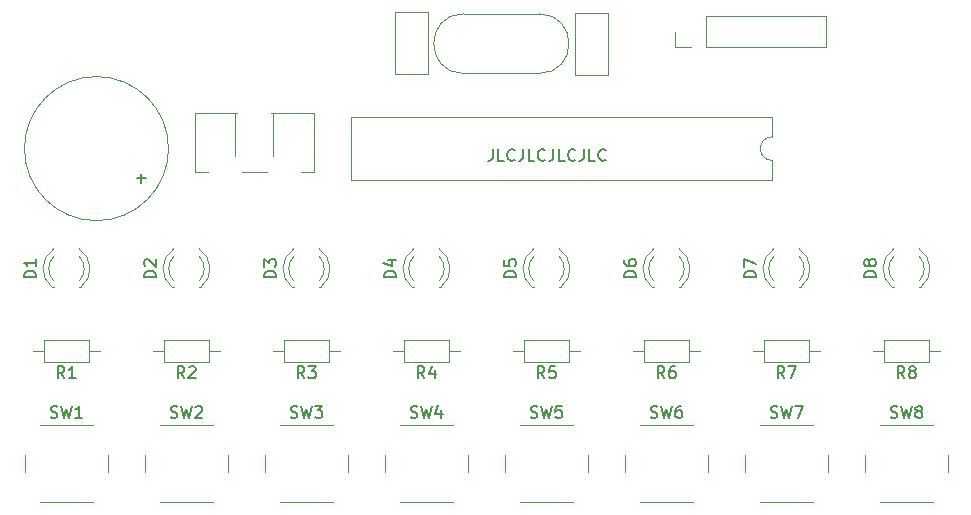
<source format=gto>
G04 #@! TF.GenerationSoftware,KiCad,Pcbnew,(7.0.0)*
G04 #@! TF.CreationDate,2023-03-25T20:45:11-04:00*
G04 #@! TF.ProjectId,eight_key_piano_standalone_V1,65696768-745f-46b6-9579-5f7069616e6f,rev?*
G04 #@! TF.SameCoordinates,Original*
G04 #@! TF.FileFunction,Legend,Top*
G04 #@! TF.FilePolarity,Positive*
%FSLAX46Y46*%
G04 Gerber Fmt 4.6, Leading zero omitted, Abs format (unit mm)*
G04 Created by KiCad (PCBNEW (7.0.0)) date 2023-03-25 20:45:11*
%MOMM*%
%LPD*%
G01*
G04 APERTURE LIST*
%ADD10C,0.150000*%
%ADD11C,0.120000*%
%ADD12C,2.000000*%
%ADD13R,1.800000X1.800000*%
%ADD14C,1.800000*%
%ADD15C,1.400000*%
%ADD16O,1.400000X1.400000*%
%ADD17R,1.700000X1.700000*%
%ADD18O,1.700000X1.700000*%
%ADD19C,2.340000*%
%ADD20C,1.600000*%
%ADD21C,1.500000*%
%ADD22R,2.000000X2.000000*%
%ADD23R,1.600000X1.600000*%
%ADD24O,1.600000X1.600000*%
G04 APERTURE END LIST*
D10*
X150256809Y-90603380D02*
X150256809Y-91317666D01*
X150256809Y-91317666D02*
X150209190Y-91460523D01*
X150209190Y-91460523D02*
X150113952Y-91555761D01*
X150113952Y-91555761D02*
X149971095Y-91603380D01*
X149971095Y-91603380D02*
X149875857Y-91603380D01*
X151209190Y-91603380D02*
X150733000Y-91603380D01*
X150733000Y-91603380D02*
X150733000Y-90603380D01*
X152113952Y-91508142D02*
X152066333Y-91555761D01*
X152066333Y-91555761D02*
X151923476Y-91603380D01*
X151923476Y-91603380D02*
X151828238Y-91603380D01*
X151828238Y-91603380D02*
X151685381Y-91555761D01*
X151685381Y-91555761D02*
X151590143Y-91460523D01*
X151590143Y-91460523D02*
X151542524Y-91365285D01*
X151542524Y-91365285D02*
X151494905Y-91174809D01*
X151494905Y-91174809D02*
X151494905Y-91031952D01*
X151494905Y-91031952D02*
X151542524Y-90841476D01*
X151542524Y-90841476D02*
X151590143Y-90746238D01*
X151590143Y-90746238D02*
X151685381Y-90651000D01*
X151685381Y-90651000D02*
X151828238Y-90603380D01*
X151828238Y-90603380D02*
X151923476Y-90603380D01*
X151923476Y-90603380D02*
X152066333Y-90651000D01*
X152066333Y-90651000D02*
X152113952Y-90698619D01*
X152828238Y-90603380D02*
X152828238Y-91317666D01*
X152828238Y-91317666D02*
X152780619Y-91460523D01*
X152780619Y-91460523D02*
X152685381Y-91555761D01*
X152685381Y-91555761D02*
X152542524Y-91603380D01*
X152542524Y-91603380D02*
X152447286Y-91603380D01*
X153780619Y-91603380D02*
X153304429Y-91603380D01*
X153304429Y-91603380D02*
X153304429Y-90603380D01*
X154685381Y-91508142D02*
X154637762Y-91555761D01*
X154637762Y-91555761D02*
X154494905Y-91603380D01*
X154494905Y-91603380D02*
X154399667Y-91603380D01*
X154399667Y-91603380D02*
X154256810Y-91555761D01*
X154256810Y-91555761D02*
X154161572Y-91460523D01*
X154161572Y-91460523D02*
X154113953Y-91365285D01*
X154113953Y-91365285D02*
X154066334Y-91174809D01*
X154066334Y-91174809D02*
X154066334Y-91031952D01*
X154066334Y-91031952D02*
X154113953Y-90841476D01*
X154113953Y-90841476D02*
X154161572Y-90746238D01*
X154161572Y-90746238D02*
X154256810Y-90651000D01*
X154256810Y-90651000D02*
X154399667Y-90603380D01*
X154399667Y-90603380D02*
X154494905Y-90603380D01*
X154494905Y-90603380D02*
X154637762Y-90651000D01*
X154637762Y-90651000D02*
X154685381Y-90698619D01*
X155399667Y-90603380D02*
X155399667Y-91317666D01*
X155399667Y-91317666D02*
X155352048Y-91460523D01*
X155352048Y-91460523D02*
X155256810Y-91555761D01*
X155256810Y-91555761D02*
X155113953Y-91603380D01*
X155113953Y-91603380D02*
X155018715Y-91603380D01*
X156352048Y-91603380D02*
X155875858Y-91603380D01*
X155875858Y-91603380D02*
X155875858Y-90603380D01*
X157256810Y-91508142D02*
X157209191Y-91555761D01*
X157209191Y-91555761D02*
X157066334Y-91603380D01*
X157066334Y-91603380D02*
X156971096Y-91603380D01*
X156971096Y-91603380D02*
X156828239Y-91555761D01*
X156828239Y-91555761D02*
X156733001Y-91460523D01*
X156733001Y-91460523D02*
X156685382Y-91365285D01*
X156685382Y-91365285D02*
X156637763Y-91174809D01*
X156637763Y-91174809D02*
X156637763Y-91031952D01*
X156637763Y-91031952D02*
X156685382Y-90841476D01*
X156685382Y-90841476D02*
X156733001Y-90746238D01*
X156733001Y-90746238D02*
X156828239Y-90651000D01*
X156828239Y-90651000D02*
X156971096Y-90603380D01*
X156971096Y-90603380D02*
X157066334Y-90603380D01*
X157066334Y-90603380D02*
X157209191Y-90651000D01*
X157209191Y-90651000D02*
X157256810Y-90698619D01*
X157971096Y-90603380D02*
X157971096Y-91317666D01*
X157971096Y-91317666D02*
X157923477Y-91460523D01*
X157923477Y-91460523D02*
X157828239Y-91555761D01*
X157828239Y-91555761D02*
X157685382Y-91603380D01*
X157685382Y-91603380D02*
X157590144Y-91603380D01*
X158923477Y-91603380D02*
X158447287Y-91603380D01*
X158447287Y-91603380D02*
X158447287Y-90603380D01*
X159828239Y-91508142D02*
X159780620Y-91555761D01*
X159780620Y-91555761D02*
X159637763Y-91603380D01*
X159637763Y-91603380D02*
X159542525Y-91603380D01*
X159542525Y-91603380D02*
X159399668Y-91555761D01*
X159399668Y-91555761D02*
X159304430Y-91460523D01*
X159304430Y-91460523D02*
X159256811Y-91365285D01*
X159256811Y-91365285D02*
X159209192Y-91174809D01*
X159209192Y-91174809D02*
X159209192Y-91031952D01*
X159209192Y-91031952D02*
X159256811Y-90841476D01*
X159256811Y-90841476D02*
X159304430Y-90746238D01*
X159304430Y-90746238D02*
X159399668Y-90651000D01*
X159399668Y-90651000D02*
X159542525Y-90603380D01*
X159542525Y-90603380D02*
X159637763Y-90603380D01*
X159637763Y-90603380D02*
X159780620Y-90651000D01*
X159780620Y-90651000D02*
X159828239Y-90698619D01*
X112839667Y-113290761D02*
X112982524Y-113338380D01*
X112982524Y-113338380D02*
X113220619Y-113338380D01*
X113220619Y-113338380D02*
X113315857Y-113290761D01*
X113315857Y-113290761D02*
X113363476Y-113243142D01*
X113363476Y-113243142D02*
X113411095Y-113147904D01*
X113411095Y-113147904D02*
X113411095Y-113052666D01*
X113411095Y-113052666D02*
X113363476Y-112957428D01*
X113363476Y-112957428D02*
X113315857Y-112909809D01*
X113315857Y-112909809D02*
X113220619Y-112862190D01*
X113220619Y-112862190D02*
X113030143Y-112814571D01*
X113030143Y-112814571D02*
X112934905Y-112766952D01*
X112934905Y-112766952D02*
X112887286Y-112719333D01*
X112887286Y-112719333D02*
X112839667Y-112624095D01*
X112839667Y-112624095D02*
X112839667Y-112528857D01*
X112839667Y-112528857D02*
X112887286Y-112433619D01*
X112887286Y-112433619D02*
X112934905Y-112386000D01*
X112934905Y-112386000D02*
X113030143Y-112338380D01*
X113030143Y-112338380D02*
X113268238Y-112338380D01*
X113268238Y-112338380D02*
X113411095Y-112386000D01*
X113744429Y-112338380D02*
X113982524Y-113338380D01*
X113982524Y-113338380D02*
X114173000Y-112624095D01*
X114173000Y-112624095D02*
X114363476Y-113338380D01*
X114363476Y-113338380D02*
X114601572Y-112338380D01*
X115506333Y-113338380D02*
X114934905Y-113338380D01*
X115220619Y-113338380D02*
X115220619Y-112338380D01*
X115220619Y-112338380D02*
X115125381Y-112481238D01*
X115125381Y-112481238D02*
X115030143Y-112576476D01*
X115030143Y-112576476D02*
X114934905Y-112624095D01*
X172540380Y-101449094D02*
X171540380Y-101449094D01*
X171540380Y-101449094D02*
X171540380Y-101210999D01*
X171540380Y-101210999D02*
X171588000Y-101068142D01*
X171588000Y-101068142D02*
X171683238Y-100972904D01*
X171683238Y-100972904D02*
X171778476Y-100925285D01*
X171778476Y-100925285D02*
X171968952Y-100877666D01*
X171968952Y-100877666D02*
X172111809Y-100877666D01*
X172111809Y-100877666D02*
X172302285Y-100925285D01*
X172302285Y-100925285D02*
X172397523Y-100972904D01*
X172397523Y-100972904D02*
X172492761Y-101068142D01*
X172492761Y-101068142D02*
X172540380Y-101210999D01*
X172540380Y-101210999D02*
X172540380Y-101449094D01*
X171540380Y-100544332D02*
X171540380Y-99877666D01*
X171540380Y-99877666D02*
X172540380Y-100306237D01*
X173799667Y-113290761D02*
X173942524Y-113338380D01*
X173942524Y-113338380D02*
X174180619Y-113338380D01*
X174180619Y-113338380D02*
X174275857Y-113290761D01*
X174275857Y-113290761D02*
X174323476Y-113243142D01*
X174323476Y-113243142D02*
X174371095Y-113147904D01*
X174371095Y-113147904D02*
X174371095Y-113052666D01*
X174371095Y-113052666D02*
X174323476Y-112957428D01*
X174323476Y-112957428D02*
X174275857Y-112909809D01*
X174275857Y-112909809D02*
X174180619Y-112862190D01*
X174180619Y-112862190D02*
X173990143Y-112814571D01*
X173990143Y-112814571D02*
X173894905Y-112766952D01*
X173894905Y-112766952D02*
X173847286Y-112719333D01*
X173847286Y-112719333D02*
X173799667Y-112624095D01*
X173799667Y-112624095D02*
X173799667Y-112528857D01*
X173799667Y-112528857D02*
X173847286Y-112433619D01*
X173847286Y-112433619D02*
X173894905Y-112386000D01*
X173894905Y-112386000D02*
X173990143Y-112338380D01*
X173990143Y-112338380D02*
X174228238Y-112338380D01*
X174228238Y-112338380D02*
X174371095Y-112386000D01*
X174704429Y-112338380D02*
X174942524Y-113338380D01*
X174942524Y-113338380D02*
X175133000Y-112624095D01*
X175133000Y-112624095D02*
X175323476Y-113338380D01*
X175323476Y-113338380D02*
X175561572Y-112338380D01*
X175847286Y-112338380D02*
X176513952Y-112338380D01*
X176513952Y-112338380D02*
X176085381Y-113338380D01*
X185126333Y-109983380D02*
X184793000Y-109507190D01*
X184554905Y-109983380D02*
X184554905Y-108983380D01*
X184554905Y-108983380D02*
X184935857Y-108983380D01*
X184935857Y-108983380D02*
X185031095Y-109031000D01*
X185031095Y-109031000D02*
X185078714Y-109078619D01*
X185078714Y-109078619D02*
X185126333Y-109173857D01*
X185126333Y-109173857D02*
X185126333Y-109316714D01*
X185126333Y-109316714D02*
X185078714Y-109411952D01*
X185078714Y-109411952D02*
X185031095Y-109459571D01*
X185031095Y-109459571D02*
X184935857Y-109507190D01*
X184935857Y-109507190D02*
X184554905Y-109507190D01*
X185697762Y-109411952D02*
X185602524Y-109364333D01*
X185602524Y-109364333D02*
X185554905Y-109316714D01*
X185554905Y-109316714D02*
X185507286Y-109221476D01*
X185507286Y-109221476D02*
X185507286Y-109173857D01*
X185507286Y-109173857D02*
X185554905Y-109078619D01*
X185554905Y-109078619D02*
X185602524Y-109031000D01*
X185602524Y-109031000D02*
X185697762Y-108983380D01*
X185697762Y-108983380D02*
X185888238Y-108983380D01*
X185888238Y-108983380D02*
X185983476Y-109031000D01*
X185983476Y-109031000D02*
X186031095Y-109078619D01*
X186031095Y-109078619D02*
X186078714Y-109173857D01*
X186078714Y-109173857D02*
X186078714Y-109221476D01*
X186078714Y-109221476D02*
X186031095Y-109316714D01*
X186031095Y-109316714D02*
X185983476Y-109364333D01*
X185983476Y-109364333D02*
X185888238Y-109411952D01*
X185888238Y-109411952D02*
X185697762Y-109411952D01*
X185697762Y-109411952D02*
X185602524Y-109459571D01*
X185602524Y-109459571D02*
X185554905Y-109507190D01*
X185554905Y-109507190D02*
X185507286Y-109602428D01*
X185507286Y-109602428D02*
X185507286Y-109792904D01*
X185507286Y-109792904D02*
X185554905Y-109888142D01*
X185554905Y-109888142D02*
X185602524Y-109935761D01*
X185602524Y-109935761D02*
X185697762Y-109983380D01*
X185697762Y-109983380D02*
X185888238Y-109983380D01*
X185888238Y-109983380D02*
X185983476Y-109935761D01*
X185983476Y-109935761D02*
X186031095Y-109888142D01*
X186031095Y-109888142D02*
X186078714Y-109792904D01*
X186078714Y-109792904D02*
X186078714Y-109602428D01*
X186078714Y-109602428D02*
X186031095Y-109507190D01*
X186031095Y-109507190D02*
X185983476Y-109459571D01*
X185983476Y-109459571D02*
X185888238Y-109411952D01*
X163639667Y-113290761D02*
X163782524Y-113338380D01*
X163782524Y-113338380D02*
X164020619Y-113338380D01*
X164020619Y-113338380D02*
X164115857Y-113290761D01*
X164115857Y-113290761D02*
X164163476Y-113243142D01*
X164163476Y-113243142D02*
X164211095Y-113147904D01*
X164211095Y-113147904D02*
X164211095Y-113052666D01*
X164211095Y-113052666D02*
X164163476Y-112957428D01*
X164163476Y-112957428D02*
X164115857Y-112909809D01*
X164115857Y-112909809D02*
X164020619Y-112862190D01*
X164020619Y-112862190D02*
X163830143Y-112814571D01*
X163830143Y-112814571D02*
X163734905Y-112766952D01*
X163734905Y-112766952D02*
X163687286Y-112719333D01*
X163687286Y-112719333D02*
X163639667Y-112624095D01*
X163639667Y-112624095D02*
X163639667Y-112528857D01*
X163639667Y-112528857D02*
X163687286Y-112433619D01*
X163687286Y-112433619D02*
X163734905Y-112386000D01*
X163734905Y-112386000D02*
X163830143Y-112338380D01*
X163830143Y-112338380D02*
X164068238Y-112338380D01*
X164068238Y-112338380D02*
X164211095Y-112386000D01*
X164544429Y-112338380D02*
X164782524Y-113338380D01*
X164782524Y-113338380D02*
X164973000Y-112624095D01*
X164973000Y-112624095D02*
X165163476Y-113338380D01*
X165163476Y-113338380D02*
X165401572Y-112338380D01*
X166211095Y-112338380D02*
X166020619Y-112338380D01*
X166020619Y-112338380D02*
X165925381Y-112386000D01*
X165925381Y-112386000D02*
X165877762Y-112433619D01*
X165877762Y-112433619D02*
X165782524Y-112576476D01*
X165782524Y-112576476D02*
X165734905Y-112766952D01*
X165734905Y-112766952D02*
X165734905Y-113147904D01*
X165734905Y-113147904D02*
X165782524Y-113243142D01*
X165782524Y-113243142D02*
X165830143Y-113290761D01*
X165830143Y-113290761D02*
X165925381Y-113338380D01*
X165925381Y-113338380D02*
X166115857Y-113338380D01*
X166115857Y-113338380D02*
X166211095Y-113290761D01*
X166211095Y-113290761D02*
X166258714Y-113243142D01*
X166258714Y-113243142D02*
X166306333Y-113147904D01*
X166306333Y-113147904D02*
X166306333Y-112909809D01*
X166306333Y-112909809D02*
X166258714Y-112814571D01*
X166258714Y-112814571D02*
X166211095Y-112766952D01*
X166211095Y-112766952D02*
X166115857Y-112719333D01*
X166115857Y-112719333D02*
X165925381Y-112719333D01*
X165925381Y-112719333D02*
X165830143Y-112766952D01*
X165830143Y-112766952D02*
X165782524Y-112814571D01*
X165782524Y-112814571D02*
X165734905Y-112909809D01*
X142060380Y-101449094D02*
X141060380Y-101449094D01*
X141060380Y-101449094D02*
X141060380Y-101210999D01*
X141060380Y-101210999D02*
X141108000Y-101068142D01*
X141108000Y-101068142D02*
X141203238Y-100972904D01*
X141203238Y-100972904D02*
X141298476Y-100925285D01*
X141298476Y-100925285D02*
X141488952Y-100877666D01*
X141488952Y-100877666D02*
X141631809Y-100877666D01*
X141631809Y-100877666D02*
X141822285Y-100925285D01*
X141822285Y-100925285D02*
X141917523Y-100972904D01*
X141917523Y-100972904D02*
X142012761Y-101068142D01*
X142012761Y-101068142D02*
X142060380Y-101210999D01*
X142060380Y-101210999D02*
X142060380Y-101449094D01*
X141393714Y-100020523D02*
X142060380Y-100020523D01*
X141012761Y-100258618D02*
X141727047Y-100496713D01*
X141727047Y-100496713D02*
X141727047Y-99877666D01*
X124166333Y-109983380D02*
X123833000Y-109507190D01*
X123594905Y-109983380D02*
X123594905Y-108983380D01*
X123594905Y-108983380D02*
X123975857Y-108983380D01*
X123975857Y-108983380D02*
X124071095Y-109031000D01*
X124071095Y-109031000D02*
X124118714Y-109078619D01*
X124118714Y-109078619D02*
X124166333Y-109173857D01*
X124166333Y-109173857D02*
X124166333Y-109316714D01*
X124166333Y-109316714D02*
X124118714Y-109411952D01*
X124118714Y-109411952D02*
X124071095Y-109459571D01*
X124071095Y-109459571D02*
X123975857Y-109507190D01*
X123975857Y-109507190D02*
X123594905Y-109507190D01*
X124547286Y-109078619D02*
X124594905Y-109031000D01*
X124594905Y-109031000D02*
X124690143Y-108983380D01*
X124690143Y-108983380D02*
X124928238Y-108983380D01*
X124928238Y-108983380D02*
X125023476Y-109031000D01*
X125023476Y-109031000D02*
X125071095Y-109078619D01*
X125071095Y-109078619D02*
X125118714Y-109173857D01*
X125118714Y-109173857D02*
X125118714Y-109269095D01*
X125118714Y-109269095D02*
X125071095Y-109411952D01*
X125071095Y-109411952D02*
X124499667Y-109983380D01*
X124499667Y-109983380D02*
X125118714Y-109983380D01*
X154646333Y-109983380D02*
X154313000Y-109507190D01*
X154074905Y-109983380D02*
X154074905Y-108983380D01*
X154074905Y-108983380D02*
X154455857Y-108983380D01*
X154455857Y-108983380D02*
X154551095Y-109031000D01*
X154551095Y-109031000D02*
X154598714Y-109078619D01*
X154598714Y-109078619D02*
X154646333Y-109173857D01*
X154646333Y-109173857D02*
X154646333Y-109316714D01*
X154646333Y-109316714D02*
X154598714Y-109411952D01*
X154598714Y-109411952D02*
X154551095Y-109459571D01*
X154551095Y-109459571D02*
X154455857Y-109507190D01*
X154455857Y-109507190D02*
X154074905Y-109507190D01*
X155551095Y-108983380D02*
X155074905Y-108983380D01*
X155074905Y-108983380D02*
X155027286Y-109459571D01*
X155027286Y-109459571D02*
X155074905Y-109411952D01*
X155074905Y-109411952D02*
X155170143Y-109364333D01*
X155170143Y-109364333D02*
X155408238Y-109364333D01*
X155408238Y-109364333D02*
X155503476Y-109411952D01*
X155503476Y-109411952D02*
X155551095Y-109459571D01*
X155551095Y-109459571D02*
X155598714Y-109554809D01*
X155598714Y-109554809D02*
X155598714Y-109792904D01*
X155598714Y-109792904D02*
X155551095Y-109888142D01*
X155551095Y-109888142D02*
X155503476Y-109935761D01*
X155503476Y-109935761D02*
X155408238Y-109983380D01*
X155408238Y-109983380D02*
X155170143Y-109983380D01*
X155170143Y-109983380D02*
X155074905Y-109935761D01*
X155074905Y-109935761D02*
X155027286Y-109888142D01*
X183959667Y-113290761D02*
X184102524Y-113338380D01*
X184102524Y-113338380D02*
X184340619Y-113338380D01*
X184340619Y-113338380D02*
X184435857Y-113290761D01*
X184435857Y-113290761D02*
X184483476Y-113243142D01*
X184483476Y-113243142D02*
X184531095Y-113147904D01*
X184531095Y-113147904D02*
X184531095Y-113052666D01*
X184531095Y-113052666D02*
X184483476Y-112957428D01*
X184483476Y-112957428D02*
X184435857Y-112909809D01*
X184435857Y-112909809D02*
X184340619Y-112862190D01*
X184340619Y-112862190D02*
X184150143Y-112814571D01*
X184150143Y-112814571D02*
X184054905Y-112766952D01*
X184054905Y-112766952D02*
X184007286Y-112719333D01*
X184007286Y-112719333D02*
X183959667Y-112624095D01*
X183959667Y-112624095D02*
X183959667Y-112528857D01*
X183959667Y-112528857D02*
X184007286Y-112433619D01*
X184007286Y-112433619D02*
X184054905Y-112386000D01*
X184054905Y-112386000D02*
X184150143Y-112338380D01*
X184150143Y-112338380D02*
X184388238Y-112338380D01*
X184388238Y-112338380D02*
X184531095Y-112386000D01*
X184864429Y-112338380D02*
X185102524Y-113338380D01*
X185102524Y-113338380D02*
X185293000Y-112624095D01*
X185293000Y-112624095D02*
X185483476Y-113338380D01*
X185483476Y-113338380D02*
X185721572Y-112338380D01*
X186245381Y-112766952D02*
X186150143Y-112719333D01*
X186150143Y-112719333D02*
X186102524Y-112671714D01*
X186102524Y-112671714D02*
X186054905Y-112576476D01*
X186054905Y-112576476D02*
X186054905Y-112528857D01*
X186054905Y-112528857D02*
X186102524Y-112433619D01*
X186102524Y-112433619D02*
X186150143Y-112386000D01*
X186150143Y-112386000D02*
X186245381Y-112338380D01*
X186245381Y-112338380D02*
X186435857Y-112338380D01*
X186435857Y-112338380D02*
X186531095Y-112386000D01*
X186531095Y-112386000D02*
X186578714Y-112433619D01*
X186578714Y-112433619D02*
X186626333Y-112528857D01*
X186626333Y-112528857D02*
X186626333Y-112576476D01*
X186626333Y-112576476D02*
X186578714Y-112671714D01*
X186578714Y-112671714D02*
X186531095Y-112719333D01*
X186531095Y-112719333D02*
X186435857Y-112766952D01*
X186435857Y-112766952D02*
X186245381Y-112766952D01*
X186245381Y-112766952D02*
X186150143Y-112814571D01*
X186150143Y-112814571D02*
X186102524Y-112862190D01*
X186102524Y-112862190D02*
X186054905Y-112957428D01*
X186054905Y-112957428D02*
X186054905Y-113147904D01*
X186054905Y-113147904D02*
X186102524Y-113243142D01*
X186102524Y-113243142D02*
X186150143Y-113290761D01*
X186150143Y-113290761D02*
X186245381Y-113338380D01*
X186245381Y-113338380D02*
X186435857Y-113338380D01*
X186435857Y-113338380D02*
X186531095Y-113290761D01*
X186531095Y-113290761D02*
X186578714Y-113243142D01*
X186578714Y-113243142D02*
X186626333Y-113147904D01*
X186626333Y-113147904D02*
X186626333Y-112957428D01*
X186626333Y-112957428D02*
X186578714Y-112862190D01*
X186578714Y-112862190D02*
X186531095Y-112814571D01*
X186531095Y-112814571D02*
X186435857Y-112766952D01*
X120142048Y-93077428D02*
X120903953Y-93077428D01*
X120523000Y-93458380D02*
X120523000Y-92696476D01*
X162380380Y-101449094D02*
X161380380Y-101449094D01*
X161380380Y-101449094D02*
X161380380Y-101210999D01*
X161380380Y-101210999D02*
X161428000Y-101068142D01*
X161428000Y-101068142D02*
X161523238Y-100972904D01*
X161523238Y-100972904D02*
X161618476Y-100925285D01*
X161618476Y-100925285D02*
X161808952Y-100877666D01*
X161808952Y-100877666D02*
X161951809Y-100877666D01*
X161951809Y-100877666D02*
X162142285Y-100925285D01*
X162142285Y-100925285D02*
X162237523Y-100972904D01*
X162237523Y-100972904D02*
X162332761Y-101068142D01*
X162332761Y-101068142D02*
X162380380Y-101210999D01*
X162380380Y-101210999D02*
X162380380Y-101449094D01*
X161380380Y-100020523D02*
X161380380Y-100210999D01*
X161380380Y-100210999D02*
X161428000Y-100306237D01*
X161428000Y-100306237D02*
X161475619Y-100353856D01*
X161475619Y-100353856D02*
X161618476Y-100449094D01*
X161618476Y-100449094D02*
X161808952Y-100496713D01*
X161808952Y-100496713D02*
X162189904Y-100496713D01*
X162189904Y-100496713D02*
X162285142Y-100449094D01*
X162285142Y-100449094D02*
X162332761Y-100401475D01*
X162332761Y-100401475D02*
X162380380Y-100306237D01*
X162380380Y-100306237D02*
X162380380Y-100115761D01*
X162380380Y-100115761D02*
X162332761Y-100020523D01*
X162332761Y-100020523D02*
X162285142Y-99972904D01*
X162285142Y-99972904D02*
X162189904Y-99925285D01*
X162189904Y-99925285D02*
X161951809Y-99925285D01*
X161951809Y-99925285D02*
X161856571Y-99972904D01*
X161856571Y-99972904D02*
X161808952Y-100020523D01*
X161808952Y-100020523D02*
X161761333Y-100115761D01*
X161761333Y-100115761D02*
X161761333Y-100306237D01*
X161761333Y-100306237D02*
X161808952Y-100401475D01*
X161808952Y-100401475D02*
X161856571Y-100449094D01*
X161856571Y-100449094D02*
X161951809Y-100496713D01*
X122999667Y-113290761D02*
X123142524Y-113338380D01*
X123142524Y-113338380D02*
X123380619Y-113338380D01*
X123380619Y-113338380D02*
X123475857Y-113290761D01*
X123475857Y-113290761D02*
X123523476Y-113243142D01*
X123523476Y-113243142D02*
X123571095Y-113147904D01*
X123571095Y-113147904D02*
X123571095Y-113052666D01*
X123571095Y-113052666D02*
X123523476Y-112957428D01*
X123523476Y-112957428D02*
X123475857Y-112909809D01*
X123475857Y-112909809D02*
X123380619Y-112862190D01*
X123380619Y-112862190D02*
X123190143Y-112814571D01*
X123190143Y-112814571D02*
X123094905Y-112766952D01*
X123094905Y-112766952D02*
X123047286Y-112719333D01*
X123047286Y-112719333D02*
X122999667Y-112624095D01*
X122999667Y-112624095D02*
X122999667Y-112528857D01*
X122999667Y-112528857D02*
X123047286Y-112433619D01*
X123047286Y-112433619D02*
X123094905Y-112386000D01*
X123094905Y-112386000D02*
X123190143Y-112338380D01*
X123190143Y-112338380D02*
X123428238Y-112338380D01*
X123428238Y-112338380D02*
X123571095Y-112386000D01*
X123904429Y-112338380D02*
X124142524Y-113338380D01*
X124142524Y-113338380D02*
X124333000Y-112624095D01*
X124333000Y-112624095D02*
X124523476Y-113338380D01*
X124523476Y-113338380D02*
X124761572Y-112338380D01*
X125094905Y-112433619D02*
X125142524Y-112386000D01*
X125142524Y-112386000D02*
X125237762Y-112338380D01*
X125237762Y-112338380D02*
X125475857Y-112338380D01*
X125475857Y-112338380D02*
X125571095Y-112386000D01*
X125571095Y-112386000D02*
X125618714Y-112433619D01*
X125618714Y-112433619D02*
X125666333Y-112528857D01*
X125666333Y-112528857D02*
X125666333Y-112624095D01*
X125666333Y-112624095D02*
X125618714Y-112766952D01*
X125618714Y-112766952D02*
X125047286Y-113338380D01*
X125047286Y-113338380D02*
X125666333Y-113338380D01*
X133159667Y-113290761D02*
X133302524Y-113338380D01*
X133302524Y-113338380D02*
X133540619Y-113338380D01*
X133540619Y-113338380D02*
X133635857Y-113290761D01*
X133635857Y-113290761D02*
X133683476Y-113243142D01*
X133683476Y-113243142D02*
X133731095Y-113147904D01*
X133731095Y-113147904D02*
X133731095Y-113052666D01*
X133731095Y-113052666D02*
X133683476Y-112957428D01*
X133683476Y-112957428D02*
X133635857Y-112909809D01*
X133635857Y-112909809D02*
X133540619Y-112862190D01*
X133540619Y-112862190D02*
X133350143Y-112814571D01*
X133350143Y-112814571D02*
X133254905Y-112766952D01*
X133254905Y-112766952D02*
X133207286Y-112719333D01*
X133207286Y-112719333D02*
X133159667Y-112624095D01*
X133159667Y-112624095D02*
X133159667Y-112528857D01*
X133159667Y-112528857D02*
X133207286Y-112433619D01*
X133207286Y-112433619D02*
X133254905Y-112386000D01*
X133254905Y-112386000D02*
X133350143Y-112338380D01*
X133350143Y-112338380D02*
X133588238Y-112338380D01*
X133588238Y-112338380D02*
X133731095Y-112386000D01*
X134064429Y-112338380D02*
X134302524Y-113338380D01*
X134302524Y-113338380D02*
X134493000Y-112624095D01*
X134493000Y-112624095D02*
X134683476Y-113338380D01*
X134683476Y-113338380D02*
X134921572Y-112338380D01*
X135207286Y-112338380D02*
X135826333Y-112338380D01*
X135826333Y-112338380D02*
X135493000Y-112719333D01*
X135493000Y-112719333D02*
X135635857Y-112719333D01*
X135635857Y-112719333D02*
X135731095Y-112766952D01*
X135731095Y-112766952D02*
X135778714Y-112814571D01*
X135778714Y-112814571D02*
X135826333Y-112909809D01*
X135826333Y-112909809D02*
X135826333Y-113147904D01*
X135826333Y-113147904D02*
X135778714Y-113243142D01*
X135778714Y-113243142D02*
X135731095Y-113290761D01*
X135731095Y-113290761D02*
X135635857Y-113338380D01*
X135635857Y-113338380D02*
X135350143Y-113338380D01*
X135350143Y-113338380D02*
X135254905Y-113290761D01*
X135254905Y-113290761D02*
X135207286Y-113243142D01*
X174966333Y-109983380D02*
X174633000Y-109507190D01*
X174394905Y-109983380D02*
X174394905Y-108983380D01*
X174394905Y-108983380D02*
X174775857Y-108983380D01*
X174775857Y-108983380D02*
X174871095Y-109031000D01*
X174871095Y-109031000D02*
X174918714Y-109078619D01*
X174918714Y-109078619D02*
X174966333Y-109173857D01*
X174966333Y-109173857D02*
X174966333Y-109316714D01*
X174966333Y-109316714D02*
X174918714Y-109411952D01*
X174918714Y-109411952D02*
X174871095Y-109459571D01*
X174871095Y-109459571D02*
X174775857Y-109507190D01*
X174775857Y-109507190D02*
X174394905Y-109507190D01*
X175299667Y-108983380D02*
X175966333Y-108983380D01*
X175966333Y-108983380D02*
X175537762Y-109983380D01*
X111580380Y-101449094D02*
X110580380Y-101449094D01*
X110580380Y-101449094D02*
X110580380Y-101210999D01*
X110580380Y-101210999D02*
X110628000Y-101068142D01*
X110628000Y-101068142D02*
X110723238Y-100972904D01*
X110723238Y-100972904D02*
X110818476Y-100925285D01*
X110818476Y-100925285D02*
X111008952Y-100877666D01*
X111008952Y-100877666D02*
X111151809Y-100877666D01*
X111151809Y-100877666D02*
X111342285Y-100925285D01*
X111342285Y-100925285D02*
X111437523Y-100972904D01*
X111437523Y-100972904D02*
X111532761Y-101068142D01*
X111532761Y-101068142D02*
X111580380Y-101210999D01*
X111580380Y-101210999D02*
X111580380Y-101449094D01*
X111580380Y-99925285D02*
X111580380Y-100496713D01*
X111580380Y-100210999D02*
X110580380Y-100210999D01*
X110580380Y-100210999D02*
X110723238Y-100306237D01*
X110723238Y-100306237D02*
X110818476Y-100401475D01*
X110818476Y-100401475D02*
X110866095Y-100496713D01*
X114006333Y-109983380D02*
X113673000Y-109507190D01*
X113434905Y-109983380D02*
X113434905Y-108983380D01*
X113434905Y-108983380D02*
X113815857Y-108983380D01*
X113815857Y-108983380D02*
X113911095Y-109031000D01*
X113911095Y-109031000D02*
X113958714Y-109078619D01*
X113958714Y-109078619D02*
X114006333Y-109173857D01*
X114006333Y-109173857D02*
X114006333Y-109316714D01*
X114006333Y-109316714D02*
X113958714Y-109411952D01*
X113958714Y-109411952D02*
X113911095Y-109459571D01*
X113911095Y-109459571D02*
X113815857Y-109507190D01*
X113815857Y-109507190D02*
X113434905Y-109507190D01*
X114958714Y-109983380D02*
X114387286Y-109983380D01*
X114673000Y-109983380D02*
X114673000Y-108983380D01*
X114673000Y-108983380D02*
X114577762Y-109126238D01*
X114577762Y-109126238D02*
X114482524Y-109221476D01*
X114482524Y-109221476D02*
X114387286Y-109269095D01*
X182700380Y-101449094D02*
X181700380Y-101449094D01*
X181700380Y-101449094D02*
X181700380Y-101210999D01*
X181700380Y-101210999D02*
X181748000Y-101068142D01*
X181748000Y-101068142D02*
X181843238Y-100972904D01*
X181843238Y-100972904D02*
X181938476Y-100925285D01*
X181938476Y-100925285D02*
X182128952Y-100877666D01*
X182128952Y-100877666D02*
X182271809Y-100877666D01*
X182271809Y-100877666D02*
X182462285Y-100925285D01*
X182462285Y-100925285D02*
X182557523Y-100972904D01*
X182557523Y-100972904D02*
X182652761Y-101068142D01*
X182652761Y-101068142D02*
X182700380Y-101210999D01*
X182700380Y-101210999D02*
X182700380Y-101449094D01*
X182128952Y-100306237D02*
X182081333Y-100401475D01*
X182081333Y-100401475D02*
X182033714Y-100449094D01*
X182033714Y-100449094D02*
X181938476Y-100496713D01*
X181938476Y-100496713D02*
X181890857Y-100496713D01*
X181890857Y-100496713D02*
X181795619Y-100449094D01*
X181795619Y-100449094D02*
X181748000Y-100401475D01*
X181748000Y-100401475D02*
X181700380Y-100306237D01*
X181700380Y-100306237D02*
X181700380Y-100115761D01*
X181700380Y-100115761D02*
X181748000Y-100020523D01*
X181748000Y-100020523D02*
X181795619Y-99972904D01*
X181795619Y-99972904D02*
X181890857Y-99925285D01*
X181890857Y-99925285D02*
X181938476Y-99925285D01*
X181938476Y-99925285D02*
X182033714Y-99972904D01*
X182033714Y-99972904D02*
X182081333Y-100020523D01*
X182081333Y-100020523D02*
X182128952Y-100115761D01*
X182128952Y-100115761D02*
X182128952Y-100306237D01*
X182128952Y-100306237D02*
X182176571Y-100401475D01*
X182176571Y-100401475D02*
X182224190Y-100449094D01*
X182224190Y-100449094D02*
X182319428Y-100496713D01*
X182319428Y-100496713D02*
X182509904Y-100496713D01*
X182509904Y-100496713D02*
X182605142Y-100449094D01*
X182605142Y-100449094D02*
X182652761Y-100401475D01*
X182652761Y-100401475D02*
X182700380Y-100306237D01*
X182700380Y-100306237D02*
X182700380Y-100115761D01*
X182700380Y-100115761D02*
X182652761Y-100020523D01*
X182652761Y-100020523D02*
X182605142Y-99972904D01*
X182605142Y-99972904D02*
X182509904Y-99925285D01*
X182509904Y-99925285D02*
X182319428Y-99925285D01*
X182319428Y-99925285D02*
X182224190Y-99972904D01*
X182224190Y-99972904D02*
X182176571Y-100020523D01*
X182176571Y-100020523D02*
X182128952Y-100115761D01*
X144486333Y-109983380D02*
X144153000Y-109507190D01*
X143914905Y-109983380D02*
X143914905Y-108983380D01*
X143914905Y-108983380D02*
X144295857Y-108983380D01*
X144295857Y-108983380D02*
X144391095Y-109031000D01*
X144391095Y-109031000D02*
X144438714Y-109078619D01*
X144438714Y-109078619D02*
X144486333Y-109173857D01*
X144486333Y-109173857D02*
X144486333Y-109316714D01*
X144486333Y-109316714D02*
X144438714Y-109411952D01*
X144438714Y-109411952D02*
X144391095Y-109459571D01*
X144391095Y-109459571D02*
X144295857Y-109507190D01*
X144295857Y-109507190D02*
X143914905Y-109507190D01*
X145343476Y-109316714D02*
X145343476Y-109983380D01*
X145105381Y-108935761D02*
X144867286Y-109650047D01*
X144867286Y-109650047D02*
X145486333Y-109650047D01*
X152220380Y-101449094D02*
X151220380Y-101449094D01*
X151220380Y-101449094D02*
X151220380Y-101210999D01*
X151220380Y-101210999D02*
X151268000Y-101068142D01*
X151268000Y-101068142D02*
X151363238Y-100972904D01*
X151363238Y-100972904D02*
X151458476Y-100925285D01*
X151458476Y-100925285D02*
X151648952Y-100877666D01*
X151648952Y-100877666D02*
X151791809Y-100877666D01*
X151791809Y-100877666D02*
X151982285Y-100925285D01*
X151982285Y-100925285D02*
X152077523Y-100972904D01*
X152077523Y-100972904D02*
X152172761Y-101068142D01*
X152172761Y-101068142D02*
X152220380Y-101210999D01*
X152220380Y-101210999D02*
X152220380Y-101449094D01*
X151220380Y-99972904D02*
X151220380Y-100449094D01*
X151220380Y-100449094D02*
X151696571Y-100496713D01*
X151696571Y-100496713D02*
X151648952Y-100449094D01*
X151648952Y-100449094D02*
X151601333Y-100353856D01*
X151601333Y-100353856D02*
X151601333Y-100115761D01*
X151601333Y-100115761D02*
X151648952Y-100020523D01*
X151648952Y-100020523D02*
X151696571Y-99972904D01*
X151696571Y-99972904D02*
X151791809Y-99925285D01*
X151791809Y-99925285D02*
X152029904Y-99925285D01*
X152029904Y-99925285D02*
X152125142Y-99972904D01*
X152125142Y-99972904D02*
X152172761Y-100020523D01*
X152172761Y-100020523D02*
X152220380Y-100115761D01*
X152220380Y-100115761D02*
X152220380Y-100353856D01*
X152220380Y-100353856D02*
X152172761Y-100449094D01*
X152172761Y-100449094D02*
X152125142Y-100496713D01*
X153479667Y-113290761D02*
X153622524Y-113338380D01*
X153622524Y-113338380D02*
X153860619Y-113338380D01*
X153860619Y-113338380D02*
X153955857Y-113290761D01*
X153955857Y-113290761D02*
X154003476Y-113243142D01*
X154003476Y-113243142D02*
X154051095Y-113147904D01*
X154051095Y-113147904D02*
X154051095Y-113052666D01*
X154051095Y-113052666D02*
X154003476Y-112957428D01*
X154003476Y-112957428D02*
X153955857Y-112909809D01*
X153955857Y-112909809D02*
X153860619Y-112862190D01*
X153860619Y-112862190D02*
X153670143Y-112814571D01*
X153670143Y-112814571D02*
X153574905Y-112766952D01*
X153574905Y-112766952D02*
X153527286Y-112719333D01*
X153527286Y-112719333D02*
X153479667Y-112624095D01*
X153479667Y-112624095D02*
X153479667Y-112528857D01*
X153479667Y-112528857D02*
X153527286Y-112433619D01*
X153527286Y-112433619D02*
X153574905Y-112386000D01*
X153574905Y-112386000D02*
X153670143Y-112338380D01*
X153670143Y-112338380D02*
X153908238Y-112338380D01*
X153908238Y-112338380D02*
X154051095Y-112386000D01*
X154384429Y-112338380D02*
X154622524Y-113338380D01*
X154622524Y-113338380D02*
X154813000Y-112624095D01*
X154813000Y-112624095D02*
X155003476Y-113338380D01*
X155003476Y-113338380D02*
X155241572Y-112338380D01*
X156098714Y-112338380D02*
X155622524Y-112338380D01*
X155622524Y-112338380D02*
X155574905Y-112814571D01*
X155574905Y-112814571D02*
X155622524Y-112766952D01*
X155622524Y-112766952D02*
X155717762Y-112719333D01*
X155717762Y-112719333D02*
X155955857Y-112719333D01*
X155955857Y-112719333D02*
X156051095Y-112766952D01*
X156051095Y-112766952D02*
X156098714Y-112814571D01*
X156098714Y-112814571D02*
X156146333Y-112909809D01*
X156146333Y-112909809D02*
X156146333Y-113147904D01*
X156146333Y-113147904D02*
X156098714Y-113243142D01*
X156098714Y-113243142D02*
X156051095Y-113290761D01*
X156051095Y-113290761D02*
X155955857Y-113338380D01*
X155955857Y-113338380D02*
X155717762Y-113338380D01*
X155717762Y-113338380D02*
X155622524Y-113290761D01*
X155622524Y-113290761D02*
X155574905Y-113243142D01*
X134326333Y-109983380D02*
X133993000Y-109507190D01*
X133754905Y-109983380D02*
X133754905Y-108983380D01*
X133754905Y-108983380D02*
X134135857Y-108983380D01*
X134135857Y-108983380D02*
X134231095Y-109031000D01*
X134231095Y-109031000D02*
X134278714Y-109078619D01*
X134278714Y-109078619D02*
X134326333Y-109173857D01*
X134326333Y-109173857D02*
X134326333Y-109316714D01*
X134326333Y-109316714D02*
X134278714Y-109411952D01*
X134278714Y-109411952D02*
X134231095Y-109459571D01*
X134231095Y-109459571D02*
X134135857Y-109507190D01*
X134135857Y-109507190D02*
X133754905Y-109507190D01*
X134659667Y-108983380D02*
X135278714Y-108983380D01*
X135278714Y-108983380D02*
X134945381Y-109364333D01*
X134945381Y-109364333D02*
X135088238Y-109364333D01*
X135088238Y-109364333D02*
X135183476Y-109411952D01*
X135183476Y-109411952D02*
X135231095Y-109459571D01*
X135231095Y-109459571D02*
X135278714Y-109554809D01*
X135278714Y-109554809D02*
X135278714Y-109792904D01*
X135278714Y-109792904D02*
X135231095Y-109888142D01*
X135231095Y-109888142D02*
X135183476Y-109935761D01*
X135183476Y-109935761D02*
X135088238Y-109983380D01*
X135088238Y-109983380D02*
X134802524Y-109983380D01*
X134802524Y-109983380D02*
X134707286Y-109935761D01*
X134707286Y-109935761D02*
X134659667Y-109888142D01*
X143319667Y-113290761D02*
X143462524Y-113338380D01*
X143462524Y-113338380D02*
X143700619Y-113338380D01*
X143700619Y-113338380D02*
X143795857Y-113290761D01*
X143795857Y-113290761D02*
X143843476Y-113243142D01*
X143843476Y-113243142D02*
X143891095Y-113147904D01*
X143891095Y-113147904D02*
X143891095Y-113052666D01*
X143891095Y-113052666D02*
X143843476Y-112957428D01*
X143843476Y-112957428D02*
X143795857Y-112909809D01*
X143795857Y-112909809D02*
X143700619Y-112862190D01*
X143700619Y-112862190D02*
X143510143Y-112814571D01*
X143510143Y-112814571D02*
X143414905Y-112766952D01*
X143414905Y-112766952D02*
X143367286Y-112719333D01*
X143367286Y-112719333D02*
X143319667Y-112624095D01*
X143319667Y-112624095D02*
X143319667Y-112528857D01*
X143319667Y-112528857D02*
X143367286Y-112433619D01*
X143367286Y-112433619D02*
X143414905Y-112386000D01*
X143414905Y-112386000D02*
X143510143Y-112338380D01*
X143510143Y-112338380D02*
X143748238Y-112338380D01*
X143748238Y-112338380D02*
X143891095Y-112386000D01*
X144224429Y-112338380D02*
X144462524Y-113338380D01*
X144462524Y-113338380D02*
X144653000Y-112624095D01*
X144653000Y-112624095D02*
X144843476Y-113338380D01*
X144843476Y-113338380D02*
X145081572Y-112338380D01*
X145891095Y-112671714D02*
X145891095Y-113338380D01*
X145653000Y-112290761D02*
X145414905Y-113005047D01*
X145414905Y-113005047D02*
X146033952Y-113005047D01*
X121740380Y-101449094D02*
X120740380Y-101449094D01*
X120740380Y-101449094D02*
X120740380Y-101210999D01*
X120740380Y-101210999D02*
X120788000Y-101068142D01*
X120788000Y-101068142D02*
X120883238Y-100972904D01*
X120883238Y-100972904D02*
X120978476Y-100925285D01*
X120978476Y-100925285D02*
X121168952Y-100877666D01*
X121168952Y-100877666D02*
X121311809Y-100877666D01*
X121311809Y-100877666D02*
X121502285Y-100925285D01*
X121502285Y-100925285D02*
X121597523Y-100972904D01*
X121597523Y-100972904D02*
X121692761Y-101068142D01*
X121692761Y-101068142D02*
X121740380Y-101210999D01*
X121740380Y-101210999D02*
X121740380Y-101449094D01*
X120835619Y-100496713D02*
X120788000Y-100449094D01*
X120788000Y-100449094D02*
X120740380Y-100353856D01*
X120740380Y-100353856D02*
X120740380Y-100115761D01*
X120740380Y-100115761D02*
X120788000Y-100020523D01*
X120788000Y-100020523D02*
X120835619Y-99972904D01*
X120835619Y-99972904D02*
X120930857Y-99925285D01*
X120930857Y-99925285D02*
X121026095Y-99925285D01*
X121026095Y-99925285D02*
X121168952Y-99972904D01*
X121168952Y-99972904D02*
X121740380Y-100544332D01*
X121740380Y-100544332D02*
X121740380Y-99925285D01*
X131900380Y-101449094D02*
X130900380Y-101449094D01*
X130900380Y-101449094D02*
X130900380Y-101210999D01*
X130900380Y-101210999D02*
X130948000Y-101068142D01*
X130948000Y-101068142D02*
X131043238Y-100972904D01*
X131043238Y-100972904D02*
X131138476Y-100925285D01*
X131138476Y-100925285D02*
X131328952Y-100877666D01*
X131328952Y-100877666D02*
X131471809Y-100877666D01*
X131471809Y-100877666D02*
X131662285Y-100925285D01*
X131662285Y-100925285D02*
X131757523Y-100972904D01*
X131757523Y-100972904D02*
X131852761Y-101068142D01*
X131852761Y-101068142D02*
X131900380Y-101210999D01*
X131900380Y-101210999D02*
X131900380Y-101449094D01*
X130900380Y-100544332D02*
X130900380Y-99925285D01*
X130900380Y-99925285D02*
X131281333Y-100258618D01*
X131281333Y-100258618D02*
X131281333Y-100115761D01*
X131281333Y-100115761D02*
X131328952Y-100020523D01*
X131328952Y-100020523D02*
X131376571Y-99972904D01*
X131376571Y-99972904D02*
X131471809Y-99925285D01*
X131471809Y-99925285D02*
X131709904Y-99925285D01*
X131709904Y-99925285D02*
X131805142Y-99972904D01*
X131805142Y-99972904D02*
X131852761Y-100020523D01*
X131852761Y-100020523D02*
X131900380Y-100115761D01*
X131900380Y-100115761D02*
X131900380Y-100401475D01*
X131900380Y-100401475D02*
X131852761Y-100496713D01*
X131852761Y-100496713D02*
X131805142Y-100544332D01*
X164806333Y-109983380D02*
X164473000Y-109507190D01*
X164234905Y-109983380D02*
X164234905Y-108983380D01*
X164234905Y-108983380D02*
X164615857Y-108983380D01*
X164615857Y-108983380D02*
X164711095Y-109031000D01*
X164711095Y-109031000D02*
X164758714Y-109078619D01*
X164758714Y-109078619D02*
X164806333Y-109173857D01*
X164806333Y-109173857D02*
X164806333Y-109316714D01*
X164806333Y-109316714D02*
X164758714Y-109411952D01*
X164758714Y-109411952D02*
X164711095Y-109459571D01*
X164711095Y-109459571D02*
X164615857Y-109507190D01*
X164615857Y-109507190D02*
X164234905Y-109507190D01*
X165663476Y-108983380D02*
X165473000Y-108983380D01*
X165473000Y-108983380D02*
X165377762Y-109031000D01*
X165377762Y-109031000D02*
X165330143Y-109078619D01*
X165330143Y-109078619D02*
X165234905Y-109221476D01*
X165234905Y-109221476D02*
X165187286Y-109411952D01*
X165187286Y-109411952D02*
X165187286Y-109792904D01*
X165187286Y-109792904D02*
X165234905Y-109888142D01*
X165234905Y-109888142D02*
X165282524Y-109935761D01*
X165282524Y-109935761D02*
X165377762Y-109983380D01*
X165377762Y-109983380D02*
X165568238Y-109983380D01*
X165568238Y-109983380D02*
X165663476Y-109935761D01*
X165663476Y-109935761D02*
X165711095Y-109888142D01*
X165711095Y-109888142D02*
X165758714Y-109792904D01*
X165758714Y-109792904D02*
X165758714Y-109554809D01*
X165758714Y-109554809D02*
X165711095Y-109459571D01*
X165711095Y-109459571D02*
X165663476Y-109411952D01*
X165663476Y-109411952D02*
X165568238Y-109364333D01*
X165568238Y-109364333D02*
X165377762Y-109364333D01*
X165377762Y-109364333D02*
X165282524Y-109411952D01*
X165282524Y-109411952D02*
X165234905Y-109459571D01*
X165234905Y-109459571D02*
X165187286Y-109554809D01*
D11*
X110673000Y-116471000D02*
X110673000Y-117971000D01*
X111923000Y-120471000D02*
X116423000Y-120471000D01*
X116423000Y-113971000D02*
X111923000Y-113971000D01*
X117673000Y-117971000D02*
X117673000Y-116471000D01*
X173897000Y-102271000D02*
X174053000Y-102271000D01*
X176213000Y-102271000D02*
X176369000Y-102271000D01*
X174054392Y-99038666D02*
G75*
G03*
X173897485Y-102270999I1078608J-1672334D01*
G01*
X174053164Y-99669871D02*
G75*
G03*
X174053001Y-101751960I1079836J-1041129D01*
G01*
X176212999Y-101751960D02*
G75*
G03*
X176212836Y-99669871I-1079999J1040960D01*
G01*
X176368515Y-102270999D02*
G75*
G03*
X176211608Y-99038666I-1235515J1559999D01*
G01*
X171633000Y-116471000D02*
X171633000Y-117971000D01*
X172883000Y-120471000D02*
X177383000Y-120471000D01*
X177383000Y-113971000D02*
X172883000Y-113971000D01*
X178633000Y-117971000D02*
X178633000Y-116471000D01*
X188163000Y-107696000D02*
X187213000Y-107696000D01*
X187213000Y-108616000D02*
X187213000Y-106776000D01*
X187213000Y-106776000D02*
X183373000Y-106776000D01*
X183373000Y-108616000D02*
X187213000Y-108616000D01*
X183373000Y-106776000D02*
X183373000Y-108616000D01*
X182423000Y-107696000D02*
X183373000Y-107696000D01*
X161473000Y-116471000D02*
X161473000Y-117971000D01*
X162723000Y-120471000D02*
X167223000Y-120471000D01*
X167223000Y-113971000D02*
X162723000Y-113971000D01*
X168473000Y-117971000D02*
X168473000Y-116471000D01*
X165680000Y-81975000D02*
X165680000Y-80645000D01*
X167010000Y-81975000D02*
X165680000Y-81975000D01*
X168280000Y-81975000D02*
X178500000Y-81975000D01*
X168280000Y-81975000D02*
X168280000Y-79315000D01*
X178500000Y-81975000D02*
X178500000Y-79315000D01*
X168280000Y-79315000D02*
X178500000Y-79315000D01*
X143417000Y-102271000D02*
X143573000Y-102271000D01*
X145733000Y-102271000D02*
X145889000Y-102271000D01*
X143574392Y-99038666D02*
G75*
G03*
X143417485Y-102270999I1078608J-1672334D01*
G01*
X143573164Y-99669871D02*
G75*
G03*
X143573001Y-101751960I1079836J-1041129D01*
G01*
X145732999Y-101751960D02*
G75*
G03*
X145732836Y-99669871I-1079999J1040960D01*
G01*
X145888515Y-102270999D02*
G75*
G03*
X145731608Y-99038666I-1235515J1559999D01*
G01*
X127203000Y-107696000D02*
X126253000Y-107696000D01*
X126253000Y-108616000D02*
X126253000Y-106776000D01*
X126253000Y-106776000D02*
X122413000Y-106776000D01*
X122413000Y-108616000D02*
X126253000Y-108616000D01*
X122413000Y-106776000D02*
X122413000Y-108616000D01*
X121463000Y-107696000D02*
X122413000Y-107696000D01*
X157683000Y-107696000D02*
X156733000Y-107696000D01*
X156733000Y-108616000D02*
X156733000Y-106776000D01*
X156733000Y-106776000D02*
X152893000Y-106776000D01*
X152893000Y-108616000D02*
X156733000Y-108616000D01*
X152893000Y-106776000D02*
X152893000Y-108616000D01*
X151943000Y-107696000D02*
X152893000Y-107696000D01*
X125052000Y-92537000D02*
X126147000Y-92537000D01*
X125052000Y-92537000D02*
X125052000Y-87496000D01*
X128999000Y-92537000D02*
X131148000Y-92537000D01*
X128999000Y-92537000D02*
X131148000Y-92537000D01*
X133998000Y-92537000D02*
X135093000Y-92537000D01*
X135093000Y-92537000D02*
X135093000Y-87496000D01*
X128453000Y-91179000D02*
X128453000Y-87496000D01*
X131693000Y-91179000D02*
X131693000Y-87496000D01*
X125052000Y-87496000D02*
X128648000Y-87496000D01*
X128453000Y-87496000D02*
X128648000Y-87496000D01*
X131498000Y-87496000D02*
X131693000Y-87496000D01*
X131498000Y-87496000D02*
X135093000Y-87496000D01*
X157253000Y-84281000D02*
X159993000Y-84281000D01*
X157253000Y-84281000D02*
X157253000Y-79041000D01*
X159993000Y-84281000D02*
X159993000Y-79041000D01*
X157253000Y-79041000D02*
X159993000Y-79041000D01*
X142013000Y-84261000D02*
X144753000Y-84261000D01*
X142013000Y-84261000D02*
X142013000Y-79021000D01*
X144753000Y-84261000D02*
X144753000Y-79021000D01*
X142013000Y-79021000D02*
X144753000Y-79021000D01*
X181793000Y-116471000D02*
X181793000Y-117971000D01*
X183043000Y-120471000D02*
X187543000Y-120471000D01*
X187543000Y-113971000D02*
X183043000Y-113971000D01*
X188793000Y-117971000D02*
X188793000Y-116471000D01*
X147793000Y-79136000D02*
X154193000Y-79136000D01*
X147793000Y-84186000D02*
X154193000Y-84186000D01*
X147793000Y-79136000D02*
G75*
G03*
X147793000Y-84186000I0J-2525000D01*
G01*
X154193000Y-84186000D02*
G75*
G03*
X154193000Y-79136000I0J2525000D01*
G01*
X122813000Y-90551000D02*
G75*
G03*
X122813000Y-90551000I-6100000J0D01*
G01*
X163737000Y-102271000D02*
X163893000Y-102271000D01*
X166053000Y-102271000D02*
X166209000Y-102271000D01*
X163894392Y-99038666D02*
G75*
G03*
X163737485Y-102270999I1078608J-1672334D01*
G01*
X163893164Y-99669871D02*
G75*
G03*
X163893001Y-101751960I1079836J-1041129D01*
G01*
X166052999Y-101751960D02*
G75*
G03*
X166052836Y-99669871I-1079999J1040960D01*
G01*
X166208515Y-102270999D02*
G75*
G03*
X166051608Y-99038666I-1235515J1559999D01*
G01*
X120833000Y-116471000D02*
X120833000Y-117971000D01*
X122083000Y-120471000D02*
X126583000Y-120471000D01*
X126583000Y-113971000D02*
X122083000Y-113971000D01*
X127833000Y-117971000D02*
X127833000Y-116471000D01*
X130993000Y-116471000D02*
X130993000Y-117971000D01*
X132243000Y-120471000D02*
X136743000Y-120471000D01*
X136743000Y-113971000D02*
X132243000Y-113971000D01*
X137993000Y-117971000D02*
X137993000Y-116471000D01*
X178003000Y-107696000D02*
X177053000Y-107696000D01*
X177053000Y-108616000D02*
X177053000Y-106776000D01*
X177053000Y-106776000D02*
X173213000Y-106776000D01*
X173213000Y-108616000D02*
X177053000Y-108616000D01*
X173213000Y-106776000D02*
X173213000Y-108616000D01*
X172263000Y-107696000D02*
X173213000Y-107696000D01*
X112937000Y-102271000D02*
X113093000Y-102271000D01*
X115253000Y-102271000D02*
X115409000Y-102271000D01*
X113094392Y-99038666D02*
G75*
G03*
X112937485Y-102270999I1078608J-1672334D01*
G01*
X113093164Y-99669871D02*
G75*
G03*
X113093001Y-101751960I1079836J-1041129D01*
G01*
X115252999Y-101751960D02*
G75*
G03*
X115252836Y-99669871I-1079999J1040960D01*
G01*
X115408515Y-102270999D02*
G75*
G03*
X115251608Y-99038666I-1235515J1559999D01*
G01*
X117043000Y-107696000D02*
X116093000Y-107696000D01*
X116093000Y-108616000D02*
X116093000Y-106776000D01*
X116093000Y-106776000D02*
X112253000Y-106776000D01*
X112253000Y-108616000D02*
X116093000Y-108616000D01*
X112253000Y-106776000D02*
X112253000Y-108616000D01*
X111303000Y-107696000D02*
X112253000Y-107696000D01*
X184057000Y-102271000D02*
X184213000Y-102271000D01*
X186373000Y-102271000D02*
X186529000Y-102271000D01*
X184214392Y-99038666D02*
G75*
G03*
X184057485Y-102270999I1078608J-1672334D01*
G01*
X184213164Y-99669871D02*
G75*
G03*
X184213001Y-101751960I1079836J-1041129D01*
G01*
X186372999Y-101751960D02*
G75*
G03*
X186372836Y-99669871I-1079999J1040960D01*
G01*
X186528515Y-102270999D02*
G75*
G03*
X186371608Y-99038666I-1235515J1559999D01*
G01*
X147523000Y-107696000D02*
X146573000Y-107696000D01*
X146573000Y-108616000D02*
X146573000Y-106776000D01*
X146573000Y-106776000D02*
X142733000Y-106776000D01*
X142733000Y-108616000D02*
X146573000Y-108616000D01*
X142733000Y-106776000D02*
X142733000Y-108616000D01*
X141783000Y-107696000D02*
X142733000Y-107696000D01*
X153577000Y-102271000D02*
X153733000Y-102271000D01*
X155893000Y-102271000D02*
X156049000Y-102271000D01*
X153734392Y-99038666D02*
G75*
G03*
X153577485Y-102270999I1078608J-1672334D01*
G01*
X153733164Y-99669871D02*
G75*
G03*
X153733001Y-101751960I1079836J-1041129D01*
G01*
X155892999Y-101751960D02*
G75*
G03*
X155892836Y-99669871I-1079999J1040960D01*
G01*
X156048515Y-102270999D02*
G75*
G03*
X155891608Y-99038666I-1235515J1559999D01*
G01*
X151313000Y-116471000D02*
X151313000Y-117971000D01*
X152563000Y-120471000D02*
X157063000Y-120471000D01*
X157063000Y-113971000D02*
X152563000Y-113971000D01*
X158313000Y-117971000D02*
X158313000Y-116471000D01*
X137363000Y-107696000D02*
X136413000Y-107696000D01*
X136413000Y-108616000D02*
X136413000Y-106776000D01*
X136413000Y-106776000D02*
X132573000Y-106776000D01*
X132573000Y-108616000D02*
X136413000Y-108616000D01*
X132573000Y-106776000D02*
X132573000Y-108616000D01*
X131623000Y-107696000D02*
X132573000Y-107696000D01*
X141153000Y-116471000D02*
X141153000Y-117971000D01*
X142403000Y-120471000D02*
X146903000Y-120471000D01*
X146903000Y-113971000D02*
X142403000Y-113971000D01*
X148153000Y-117971000D02*
X148153000Y-116471000D01*
X123097000Y-102271000D02*
X123253000Y-102271000D01*
X125413000Y-102271000D02*
X125569000Y-102271000D01*
X123254392Y-99038666D02*
G75*
G03*
X123097485Y-102270999I1078608J-1672334D01*
G01*
X123253164Y-99669871D02*
G75*
G03*
X123253001Y-101751960I1079836J-1041129D01*
G01*
X125412999Y-101751960D02*
G75*
G03*
X125412836Y-99669871I-1079999J1040960D01*
G01*
X125568515Y-102270999D02*
G75*
G03*
X125411608Y-99038666I-1235515J1559999D01*
G01*
X173923000Y-87901000D02*
X138243000Y-87901000D01*
X138243000Y-87901000D02*
X138243000Y-93201000D01*
X173923000Y-89551000D02*
X173923000Y-87901000D01*
X173923000Y-93201000D02*
X173923000Y-91551000D01*
X138243000Y-93201000D02*
X173923000Y-93201000D01*
X173923000Y-89551000D02*
G75*
G03*
X173923000Y-91551000I0J-1000000D01*
G01*
X133257000Y-102271000D02*
X133413000Y-102271000D01*
X135573000Y-102271000D02*
X135729000Y-102271000D01*
X133414392Y-99038666D02*
G75*
G03*
X133257485Y-102270999I1078608J-1672334D01*
G01*
X133413164Y-99669871D02*
G75*
G03*
X133413001Y-101751960I1079836J-1041129D01*
G01*
X135572999Y-101751960D02*
G75*
G03*
X135572836Y-99669871I-1079999J1040960D01*
G01*
X135728515Y-102270999D02*
G75*
G03*
X135571608Y-99038666I-1235515J1559999D01*
G01*
X167843000Y-107696000D02*
X166893000Y-107696000D01*
X166893000Y-108616000D02*
X166893000Y-106776000D01*
X166893000Y-106776000D02*
X163053000Y-106776000D01*
X163053000Y-108616000D02*
X166893000Y-108616000D01*
X163053000Y-106776000D02*
X163053000Y-108616000D01*
X162103000Y-107696000D02*
X163053000Y-107696000D01*
%LPC*%
D12*
X110923000Y-114971000D03*
X117423000Y-114971000D03*
X110923000Y-119471000D03*
X117423000Y-119471000D03*
D13*
X175132999Y-101980999D03*
D14*
X175133000Y-99441000D03*
D12*
X171883000Y-114971000D03*
X178383000Y-114971000D03*
X171883000Y-119471000D03*
X178383000Y-119471000D03*
D15*
X189103000Y-107696000D03*
D16*
X181482999Y-107695999D03*
D12*
X161723000Y-114971000D03*
X168223000Y-114971000D03*
X161723000Y-119471000D03*
X168223000Y-119471000D03*
D17*
X167009999Y-80644999D03*
D18*
X169549999Y-80644999D03*
X172089999Y-80644999D03*
X174629999Y-80644999D03*
X177169999Y-80644999D03*
D13*
X144652999Y-101980999D03*
D14*
X144653000Y-99441000D03*
D15*
X128143000Y-107696000D03*
D16*
X120522999Y-107695999D03*
D15*
X158623000Y-107696000D03*
D16*
X151002999Y-107695999D03*
D19*
X127573000Y-92416000D03*
X130073000Y-87416000D03*
X132573000Y-92416000D03*
D20*
X158623000Y-82911000D03*
X158623000Y-80411000D03*
X143383000Y-82891000D03*
X143383000Y-80391000D03*
D12*
X182043000Y-114971000D03*
X188543000Y-114971000D03*
X182043000Y-119471000D03*
X188543000Y-119471000D03*
D21*
X148553000Y-81661000D03*
X153433000Y-81661000D03*
D22*
X120512999Y-90550999D03*
D12*
X112913000Y-90551000D03*
D13*
X164972999Y-101980999D03*
D14*
X164973000Y-99441000D03*
D12*
X121083000Y-114971000D03*
X127583000Y-114971000D03*
X121083000Y-119471000D03*
X127583000Y-119471000D03*
X131243000Y-114971000D03*
X137743000Y-114971000D03*
X131243000Y-119471000D03*
X137743000Y-119471000D03*
D15*
X178943000Y-107696000D03*
D16*
X171322999Y-107695999D03*
D13*
X114172999Y-101980999D03*
D14*
X114173000Y-99441000D03*
D15*
X117983000Y-107696000D03*
D16*
X110362999Y-107695999D03*
D13*
X185292999Y-101980999D03*
D14*
X185293000Y-99441000D03*
D15*
X148463000Y-107696000D03*
D16*
X140842999Y-107695999D03*
D13*
X154812999Y-101980999D03*
D14*
X154813000Y-99441000D03*
D12*
X151563000Y-114971000D03*
X158063000Y-114971000D03*
X151563000Y-119471000D03*
X158063000Y-119471000D03*
D15*
X138303000Y-107696000D03*
D16*
X130682999Y-107695999D03*
D12*
X141403000Y-114971000D03*
X147903000Y-114971000D03*
X141403000Y-119471000D03*
X147903000Y-119471000D03*
D13*
X124332999Y-101980999D03*
D14*
X124333000Y-99441000D03*
D23*
X172592999Y-86740999D03*
D24*
X170052999Y-86740999D03*
X167512999Y-86740999D03*
X164972999Y-86740999D03*
X162432999Y-86740999D03*
X159892999Y-86740999D03*
X157352999Y-86740999D03*
X154812999Y-86740999D03*
X152272999Y-86740999D03*
X149732999Y-86740999D03*
X147192999Y-86740999D03*
X144652999Y-86740999D03*
X142112999Y-86740999D03*
X139572999Y-86740999D03*
X139572999Y-94360999D03*
X142112999Y-94360999D03*
X144652999Y-94360999D03*
X147192999Y-94360999D03*
X149732999Y-94360999D03*
X152272999Y-94360999D03*
X154812999Y-94360999D03*
X157352999Y-94360999D03*
X159892999Y-94360999D03*
X162432999Y-94360999D03*
X164972999Y-94360999D03*
X167512999Y-94360999D03*
X170052999Y-94360999D03*
X172592999Y-94360999D03*
D13*
X134492999Y-101980999D03*
D14*
X134493000Y-99441000D03*
D15*
X168783000Y-107696000D03*
D16*
X161162999Y-107695999D03*
M02*

</source>
